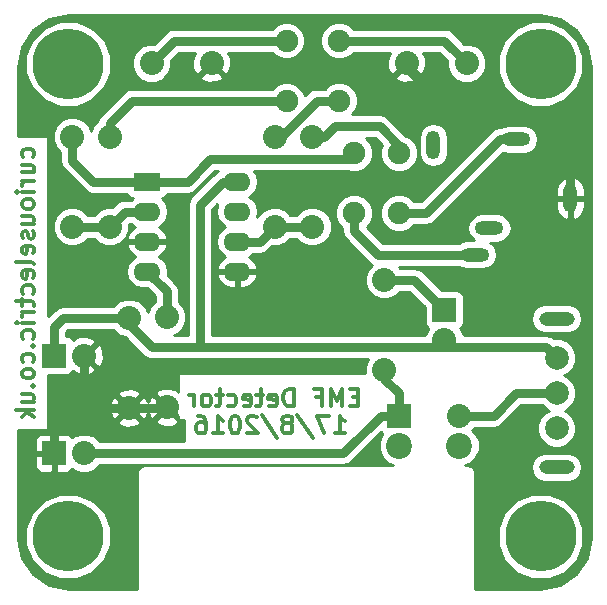
<source format=gbr>
G04 #@! TF.FileFunction,Copper,L2,Bot,Signal*
%FSLAX46Y46*%
G04 Gerber Fmt 4.6, Leading zero omitted, Abs format (unit mm)*
G04 Created by KiCad (PCBNEW 4.0.4-stable) date 06/22/17 13:33:57*
%MOMM*%
%LPD*%
G01*
G04 APERTURE LIST*
%ADD10C,0.300000*%
%ADD11R,2.032000X2.032000*%
%ADD12C,2.032000*%
%ADD13C,6.000000*%
%ADD14C,1.905000*%
%ADD15C,2.199640*%
%ADD16R,2.286000X1.574800*%
%ADD17O,2.286000X1.574800*%
%ADD18C,2.000000*%
%ADD19O,3.000000X1.200000*%
%ADD20O,2.400000X1.200000*%
%ADD21O,1.200000X2.400000*%
%ADD22C,0.762000*%
%ADD23C,0.254000*%
G04 APERTURE END LIST*
D10*
X27541570Y13892429D02*
X28398713Y13892429D01*
X27970141Y13892429D02*
X27970141Y15392429D01*
X28112998Y15178143D01*
X28255856Y15035286D01*
X28398713Y14963857D01*
X27041570Y15392429D02*
X26041570Y15392429D01*
X26684427Y13892429D01*
X24398714Y15463857D02*
X25684428Y13535286D01*
X23684427Y14749571D02*
X23827285Y14821000D01*
X23898713Y14892429D01*
X23970142Y15035286D01*
X23970142Y15106714D01*
X23898713Y15249571D01*
X23827285Y15321000D01*
X23684427Y15392429D01*
X23398713Y15392429D01*
X23255856Y15321000D01*
X23184427Y15249571D01*
X23112999Y15106714D01*
X23112999Y15035286D01*
X23184427Y14892429D01*
X23255856Y14821000D01*
X23398713Y14749571D01*
X23684427Y14749571D01*
X23827285Y14678143D01*
X23898713Y14606714D01*
X23970142Y14463857D01*
X23970142Y14178143D01*
X23898713Y14035286D01*
X23827285Y13963857D01*
X23684427Y13892429D01*
X23398713Y13892429D01*
X23255856Y13963857D01*
X23184427Y14035286D01*
X23112999Y14178143D01*
X23112999Y14463857D01*
X23184427Y14606714D01*
X23255856Y14678143D01*
X23398713Y14749571D01*
X21398714Y15463857D02*
X22684428Y13535286D01*
X20970142Y15249571D02*
X20898713Y15321000D01*
X20755856Y15392429D01*
X20398713Y15392429D01*
X20255856Y15321000D01*
X20184427Y15249571D01*
X20112999Y15106714D01*
X20112999Y14963857D01*
X20184427Y14749571D01*
X21041570Y13892429D01*
X20112999Y13892429D01*
X19184428Y15392429D02*
X19041571Y15392429D01*
X18898714Y15321000D01*
X18827285Y15249571D01*
X18755856Y15106714D01*
X18684428Y14821000D01*
X18684428Y14463857D01*
X18755856Y14178143D01*
X18827285Y14035286D01*
X18898714Y13963857D01*
X19041571Y13892429D01*
X19184428Y13892429D01*
X19327285Y13963857D01*
X19398714Y14035286D01*
X19470142Y14178143D01*
X19541571Y14463857D01*
X19541571Y14821000D01*
X19470142Y15106714D01*
X19398714Y15249571D01*
X19327285Y15321000D01*
X19184428Y15392429D01*
X17255857Y13892429D02*
X18113000Y13892429D01*
X17684428Y13892429D02*
X17684428Y15392429D01*
X17827285Y15178143D01*
X17970143Y15035286D01*
X18113000Y14963857D01*
X15970143Y15392429D02*
X16255857Y15392429D01*
X16398714Y15321000D01*
X16470143Y15249571D01*
X16613000Y15035286D01*
X16684429Y14749571D01*
X16684429Y14178143D01*
X16613000Y14035286D01*
X16541572Y13963857D01*
X16398714Y13892429D01*
X16113000Y13892429D01*
X15970143Y13963857D01*
X15898714Y14035286D01*
X15827286Y14178143D01*
X15827286Y14535286D01*
X15898714Y14678143D01*
X15970143Y14749571D01*
X16113000Y14821000D01*
X16398714Y14821000D01*
X16541572Y14749571D01*
X16613000Y14678143D01*
X16684429Y14535286D01*
X29565428Y16964143D02*
X29065428Y16964143D01*
X28851142Y16178429D02*
X29565428Y16178429D01*
X29565428Y17678429D01*
X28851142Y17678429D01*
X28208285Y16178429D02*
X28208285Y17678429D01*
X27708285Y16607000D01*
X27208285Y17678429D01*
X27208285Y16178429D01*
X25993999Y16964143D02*
X26493999Y16964143D01*
X26493999Y16178429D02*
X26493999Y17678429D01*
X25779713Y17678429D01*
X24065428Y16178429D02*
X24065428Y17678429D01*
X23708285Y17678429D01*
X23494000Y17607000D01*
X23351142Y17464143D01*
X23279714Y17321286D01*
X23208285Y17035571D01*
X23208285Y16821286D01*
X23279714Y16535571D01*
X23351142Y16392714D01*
X23494000Y16249857D01*
X23708285Y16178429D01*
X24065428Y16178429D01*
X21994000Y16249857D02*
X22136857Y16178429D01*
X22422571Y16178429D01*
X22565428Y16249857D01*
X22636857Y16392714D01*
X22636857Y16964143D01*
X22565428Y17107000D01*
X22422571Y17178429D01*
X22136857Y17178429D01*
X21994000Y17107000D01*
X21922571Y16964143D01*
X21922571Y16821286D01*
X22636857Y16678429D01*
X21494000Y17178429D02*
X20922571Y17178429D01*
X21279714Y17678429D02*
X21279714Y16392714D01*
X21208286Y16249857D01*
X21065428Y16178429D01*
X20922571Y16178429D01*
X19851143Y16249857D02*
X19994000Y16178429D01*
X20279714Y16178429D01*
X20422571Y16249857D01*
X20494000Y16392714D01*
X20494000Y16964143D01*
X20422571Y17107000D01*
X20279714Y17178429D01*
X19994000Y17178429D01*
X19851143Y17107000D01*
X19779714Y16964143D01*
X19779714Y16821286D01*
X20494000Y16678429D01*
X18494000Y16249857D02*
X18636857Y16178429D01*
X18922571Y16178429D01*
X19065429Y16249857D01*
X19136857Y16321286D01*
X19208286Y16464143D01*
X19208286Y16892714D01*
X19136857Y17035571D01*
X19065429Y17107000D01*
X18922571Y17178429D01*
X18636857Y17178429D01*
X18494000Y17107000D01*
X18065429Y17178429D02*
X17494000Y17178429D01*
X17851143Y17678429D02*
X17851143Y16392714D01*
X17779715Y16249857D01*
X17636857Y16178429D01*
X17494000Y16178429D01*
X16779714Y16178429D02*
X16922572Y16249857D01*
X16994000Y16321286D01*
X17065429Y16464143D01*
X17065429Y16892714D01*
X16994000Y17035571D01*
X16922572Y17107000D01*
X16779714Y17178429D01*
X16565429Y17178429D01*
X16422572Y17107000D01*
X16351143Y17035571D01*
X16279714Y16892714D01*
X16279714Y16464143D01*
X16351143Y16321286D01*
X16422572Y16249857D01*
X16565429Y16178429D01*
X16779714Y16178429D01*
X15636857Y16178429D02*
X15636857Y17178429D01*
X15636857Y16892714D02*
X15565429Y17035571D01*
X15494000Y17107000D01*
X15351143Y17178429D01*
X15208286Y17178429D01*
X2019143Y37278857D02*
X2090571Y37421714D01*
X2090571Y37707428D01*
X2019143Y37850286D01*
X1947714Y37921714D01*
X1804857Y37993143D01*
X1376286Y37993143D01*
X1233429Y37921714D01*
X1162000Y37850286D01*
X1090571Y37707428D01*
X1090571Y37421714D01*
X1162000Y37278857D01*
X1090571Y35993143D02*
X2090571Y35993143D01*
X1090571Y36636000D02*
X1876286Y36636000D01*
X2019143Y36564572D01*
X2090571Y36421714D01*
X2090571Y36207429D01*
X2019143Y36064572D01*
X1947714Y35993143D01*
X2090571Y35278857D02*
X1090571Y35278857D01*
X1376286Y35278857D02*
X1233429Y35207429D01*
X1162000Y35136000D01*
X1090571Y34993143D01*
X1090571Y34850286D01*
X2090571Y34350286D02*
X1090571Y34350286D01*
X590571Y34350286D02*
X662000Y34421715D01*
X733429Y34350286D01*
X662000Y34278858D01*
X590571Y34350286D01*
X733429Y34350286D01*
X2090571Y33421714D02*
X2019143Y33564572D01*
X1947714Y33636000D01*
X1804857Y33707429D01*
X1376286Y33707429D01*
X1233429Y33636000D01*
X1162000Y33564572D01*
X1090571Y33421714D01*
X1090571Y33207429D01*
X1162000Y33064572D01*
X1233429Y32993143D01*
X1376286Y32921714D01*
X1804857Y32921714D01*
X1947714Y32993143D01*
X2019143Y33064572D01*
X2090571Y33207429D01*
X2090571Y33421714D01*
X1090571Y31636000D02*
X2090571Y31636000D01*
X1090571Y32278857D02*
X1876286Y32278857D01*
X2019143Y32207429D01*
X2090571Y32064571D01*
X2090571Y31850286D01*
X2019143Y31707429D01*
X1947714Y31636000D01*
X2019143Y30993143D02*
X2090571Y30850286D01*
X2090571Y30564571D01*
X2019143Y30421714D01*
X1876286Y30350286D01*
X1804857Y30350286D01*
X1662000Y30421714D01*
X1590571Y30564571D01*
X1590571Y30778857D01*
X1519143Y30921714D01*
X1376286Y30993143D01*
X1304857Y30993143D01*
X1162000Y30921714D01*
X1090571Y30778857D01*
X1090571Y30564571D01*
X1162000Y30421714D01*
X2019143Y29136000D02*
X2090571Y29278857D01*
X2090571Y29564571D01*
X2019143Y29707428D01*
X1876286Y29778857D01*
X1304857Y29778857D01*
X1162000Y29707428D01*
X1090571Y29564571D01*
X1090571Y29278857D01*
X1162000Y29136000D01*
X1304857Y29064571D01*
X1447714Y29064571D01*
X1590571Y29778857D01*
X2090571Y28207428D02*
X2019143Y28350286D01*
X1876286Y28421714D01*
X590571Y28421714D01*
X2019143Y27064572D02*
X2090571Y27207429D01*
X2090571Y27493143D01*
X2019143Y27636000D01*
X1876286Y27707429D01*
X1304857Y27707429D01*
X1162000Y27636000D01*
X1090571Y27493143D01*
X1090571Y27207429D01*
X1162000Y27064572D01*
X1304857Y26993143D01*
X1447714Y26993143D01*
X1590571Y27707429D01*
X2019143Y25707429D02*
X2090571Y25850286D01*
X2090571Y26136000D01*
X2019143Y26278858D01*
X1947714Y26350286D01*
X1804857Y26421715D01*
X1376286Y26421715D01*
X1233429Y26350286D01*
X1162000Y26278858D01*
X1090571Y26136000D01*
X1090571Y25850286D01*
X1162000Y25707429D01*
X1090571Y25278858D02*
X1090571Y24707429D01*
X590571Y25064572D02*
X1876286Y25064572D01*
X2019143Y24993144D01*
X2090571Y24850286D01*
X2090571Y24707429D01*
X2090571Y24207429D02*
X1090571Y24207429D01*
X1376286Y24207429D02*
X1233429Y24136001D01*
X1162000Y24064572D01*
X1090571Y23921715D01*
X1090571Y23778858D01*
X2090571Y23278858D02*
X1090571Y23278858D01*
X590571Y23278858D02*
X662000Y23350287D01*
X733429Y23278858D01*
X662000Y23207430D01*
X590571Y23278858D01*
X733429Y23278858D01*
X2019143Y21921715D02*
X2090571Y22064572D01*
X2090571Y22350286D01*
X2019143Y22493144D01*
X1947714Y22564572D01*
X1804857Y22636001D01*
X1376286Y22636001D01*
X1233429Y22564572D01*
X1162000Y22493144D01*
X1090571Y22350286D01*
X1090571Y22064572D01*
X1162000Y21921715D01*
X1947714Y21278858D02*
X2019143Y21207430D01*
X2090571Y21278858D01*
X2019143Y21350287D01*
X1947714Y21278858D01*
X2090571Y21278858D01*
X2019143Y19921715D02*
X2090571Y20064572D01*
X2090571Y20350286D01*
X2019143Y20493144D01*
X1947714Y20564572D01*
X1804857Y20636001D01*
X1376286Y20636001D01*
X1233429Y20564572D01*
X1162000Y20493144D01*
X1090571Y20350286D01*
X1090571Y20064572D01*
X1162000Y19921715D01*
X2090571Y19064572D02*
X2019143Y19207430D01*
X1947714Y19278858D01*
X1804857Y19350287D01*
X1376286Y19350287D01*
X1233429Y19278858D01*
X1162000Y19207430D01*
X1090571Y19064572D01*
X1090571Y18850287D01*
X1162000Y18707430D01*
X1233429Y18636001D01*
X1376286Y18564572D01*
X1804857Y18564572D01*
X1947714Y18636001D01*
X2019143Y18707430D01*
X2090571Y18850287D01*
X2090571Y19064572D01*
X1947714Y17921715D02*
X2019143Y17850287D01*
X2090571Y17921715D01*
X2019143Y17993144D01*
X1947714Y17921715D01*
X2090571Y17921715D01*
X1090571Y16564572D02*
X2090571Y16564572D01*
X1090571Y17207429D02*
X1876286Y17207429D01*
X2019143Y17136001D01*
X2090571Y16993143D01*
X2090571Y16778858D01*
X2019143Y16636001D01*
X1947714Y16564572D01*
X2090571Y15850286D02*
X590571Y15850286D01*
X1519143Y15707429D02*
X2090571Y15278858D01*
X1090571Y15278858D02*
X1662000Y15850286D01*
D11*
X36845000Y24350000D03*
D12*
X36845000Y21810000D03*
D13*
X44982000Y45165000D03*
X4982000Y45165000D03*
X4982000Y5165000D03*
X44982000Y5165000D03*
D14*
X27922000Y42075000D03*
X27922000Y47155000D03*
X23477000Y42075000D03*
X23477000Y47155000D03*
X29192000Y32550000D03*
X29192000Y37630000D03*
X33002000Y32550000D03*
X33002000Y37630000D03*
D11*
X33002000Y15405000D03*
D12*
X38082000Y15405000D03*
D15*
X33002000Y12865000D03*
X38082000Y12865000D03*
D16*
X11666000Y35217000D03*
D17*
X11666000Y32677000D03*
X11666000Y30137000D03*
X11666000Y27597000D03*
X19286000Y27597000D03*
X19286000Y30137000D03*
X19286000Y32677000D03*
X19286000Y35217000D03*
D11*
X3792000Y20485000D03*
D12*
X6332000Y20485000D03*
D11*
X3792000Y12230000D03*
D12*
X6332000Y12230000D03*
D18*
X46362400Y17302380D03*
X46337000Y20310000D03*
X46337000Y14310000D03*
D19*
X46337000Y23610000D03*
X46337000Y11010000D03*
D20*
X40657000Y31285000D03*
D21*
X47507000Y33785000D03*
D20*
X42907000Y38785000D03*
X39407000Y29035000D03*
D21*
X35907000Y38285000D03*
D12*
X10142000Y23660000D03*
X10142000Y16040000D03*
X13350000Y16095000D03*
X13350000Y23715000D03*
X22461000Y31407000D03*
X22461000Y39027000D03*
X8491000Y31407000D03*
X8491000Y39027000D03*
X25636000Y39027000D03*
X25636000Y31407000D03*
X5316000Y39027000D03*
X5316000Y31407000D03*
X31765000Y26890000D03*
X31765000Y19270000D03*
X33637000Y45250000D03*
X38717000Y45250000D03*
X12047000Y45250000D03*
X17127000Y45250000D03*
D22*
X19286000Y35217000D02*
X18121000Y35217000D01*
X16144000Y33240000D02*
X16144000Y21175000D01*
X18121000Y35217000D02*
X16144000Y33240000D01*
X45472000Y21175000D02*
X46337000Y20310000D01*
X10142000Y23660000D02*
X10142000Y23113000D01*
X10142000Y23113000D02*
X12080000Y21175000D01*
X3792000Y20485000D02*
X3792000Y22898000D01*
X4554000Y23660000D02*
X10142000Y23660000D01*
X3792000Y22898000D02*
X4554000Y23660000D01*
X36845000Y21810000D02*
X36972000Y21810000D01*
X36972000Y21810000D02*
X37607000Y21175000D01*
X37607000Y21175000D02*
X36845000Y21810000D01*
X36845000Y21810000D02*
X37480000Y21175000D01*
X16144000Y21175000D02*
X37607000Y21175000D01*
X37607000Y21175000D02*
X45472000Y21175000D01*
X14620000Y21175000D02*
X36210000Y21175000D01*
X36210000Y21175000D02*
X36845000Y21810000D01*
X12080000Y21175000D02*
X14620000Y21175000D01*
X10142000Y16040000D02*
X7690000Y16040000D01*
X6122000Y17608000D02*
X6332000Y17608000D01*
X7690000Y16040000D02*
X6122000Y17608000D01*
X10142000Y16040000D02*
X13295000Y16040000D01*
X13295000Y16040000D02*
X13350000Y16095000D01*
X33637000Y45250000D02*
X33637000Y44869000D01*
X33637000Y44869000D02*
X37701000Y40805000D01*
X47507000Y37476000D02*
X47507000Y33785000D01*
X44178000Y40805000D02*
X47507000Y37476000D01*
X37701000Y40805000D02*
X44178000Y40805000D01*
X3792000Y12230000D02*
X3792000Y15278000D01*
X3792000Y15278000D02*
X6332000Y17818000D01*
X6332000Y17818000D02*
X6332000Y17608000D01*
X6332000Y17608000D02*
X6332000Y20485000D01*
X6332000Y12230000D02*
X28281000Y12230000D01*
X31456000Y15405000D02*
X33002000Y15405000D01*
X28281000Y12230000D02*
X31456000Y15405000D01*
X31765000Y19270000D02*
X31765000Y18508000D01*
X31765000Y18508000D02*
X33002000Y17271000D01*
X33002000Y17271000D02*
X33002000Y15405000D01*
X13350000Y23715000D02*
X13350000Y25913000D01*
X13350000Y25913000D02*
X11666000Y27597000D01*
X6332000Y12230000D02*
X6840000Y12230000D01*
X22461000Y39027000D02*
X22969000Y39027000D01*
X22969000Y39027000D02*
X26017000Y42075000D01*
X26017000Y42075000D02*
X27922000Y42075000D01*
X27922000Y47155000D02*
X36812000Y47155000D01*
X36812000Y47155000D02*
X38717000Y45250000D01*
X23477000Y42075000D02*
X10396000Y42075000D01*
X8491000Y40170000D02*
X8491000Y39027000D01*
X10396000Y42075000D02*
X8491000Y40170000D01*
X23477000Y47155000D02*
X13952000Y47155000D01*
X13952000Y47155000D02*
X12047000Y45250000D01*
X29192000Y32550000D02*
X29192000Y31026000D01*
X31183000Y29035000D02*
X39407000Y29035000D01*
X29192000Y31026000D02*
X31183000Y29035000D01*
X29192000Y32550000D02*
X29192000Y33185000D01*
X11666000Y35217000D02*
X15095000Y35217000D01*
X17000000Y37122000D02*
X28684000Y37122000D01*
X15095000Y35217000D02*
X17000000Y37122000D01*
X28684000Y37122000D02*
X29192000Y37630000D01*
X5316000Y39027000D02*
X5316000Y36995000D01*
X5316000Y36995000D02*
X7094000Y35217000D01*
X7094000Y35217000D02*
X11666000Y35217000D01*
X33002000Y32550000D02*
X35288000Y32550000D01*
X41523000Y38785000D02*
X42907000Y38785000D01*
X35288000Y32550000D02*
X41523000Y38785000D01*
X25636000Y39027000D02*
X26652000Y39027000D01*
X26652000Y39027000D02*
X27541000Y39916000D01*
X31351000Y39916000D02*
X33002000Y38265000D01*
X27541000Y39916000D02*
X31351000Y39916000D01*
X33002000Y38265000D02*
X33002000Y37630000D01*
X38082000Y15405000D02*
X41003000Y15405000D01*
X42900380Y17302380D02*
X46362400Y17302380D01*
X41003000Y15405000D02*
X42900380Y17302380D01*
X19286000Y30137000D02*
X21191000Y30137000D01*
X21191000Y30137000D02*
X22461000Y31407000D01*
X25636000Y31407000D02*
X22461000Y31407000D01*
X11666000Y32677000D02*
X9761000Y32677000D01*
X9761000Y32677000D02*
X8491000Y31407000D01*
X5316000Y31407000D02*
X8491000Y31407000D01*
X36845000Y24350000D02*
X34305000Y26890000D01*
X34305000Y26890000D02*
X31765000Y26890000D01*
D23*
G36*
X46636390Y48950592D02*
X48023654Y48023651D01*
X48950592Y46636390D01*
X49290000Y44930069D01*
X49290000Y5069931D01*
X48950592Y3363610D01*
X48023654Y1976349D01*
X46636390Y1049408D01*
X44930069Y710000D01*
X39460000Y710000D01*
X39460000Y4445126D01*
X41346370Y4445126D01*
X41898600Y3108628D01*
X42920249Y2085194D01*
X44255782Y1530632D01*
X45701874Y1529370D01*
X47038372Y2081600D01*
X48061806Y3103249D01*
X48616368Y4438782D01*
X48617630Y5884874D01*
X48065400Y7221372D01*
X47043751Y8244806D01*
X45708218Y8799368D01*
X44262126Y8800630D01*
X42925628Y8248400D01*
X41902194Y7226751D01*
X41347632Y5891218D01*
X41346370Y4445126D01*
X39460000Y4445126D01*
X39460000Y10500000D01*
X39405954Y10771705D01*
X39252046Y11002046D01*
X39240142Y11010000D01*
X44160173Y11010000D01*
X44254182Y10537386D01*
X44521896Y10136723D01*
X44922559Y9869009D01*
X45395173Y9775000D01*
X47278827Y9775000D01*
X47751441Y9869009D01*
X48152104Y10136723D01*
X48419818Y10537386D01*
X48513827Y11010000D01*
X48419818Y11482614D01*
X48152104Y11883277D01*
X47751441Y12150991D01*
X47278827Y12245000D01*
X45395173Y12245000D01*
X44922559Y12150991D01*
X44521896Y11883277D01*
X44254182Y11482614D01*
X44160173Y11010000D01*
X39240142Y11010000D01*
X39021705Y11155954D01*
X38750000Y11210000D01*
X38619468Y11210000D01*
X39063413Y11393434D01*
X39551851Y11881020D01*
X39816518Y12518409D01*
X39817120Y13208563D01*
X39553566Y13846413D01*
X39206189Y14194397D01*
X39401132Y14389000D01*
X41003000Y14389000D01*
X41344790Y14456986D01*
X41391807Y14466338D01*
X41721420Y14686580D01*
X43321221Y16286380D01*
X45066404Y16286380D01*
X45435037Y15917102D01*
X45689390Y15811486D01*
X45412057Y15696894D01*
X44951722Y15237363D01*
X44702284Y14636648D01*
X44701716Y13986205D01*
X44950106Y13385057D01*
X45409637Y12924722D01*
X46010352Y12675284D01*
X46660795Y12674716D01*
X47261943Y12923106D01*
X47722278Y13382637D01*
X47971716Y13983352D01*
X47972284Y14633795D01*
X47723894Y15234943D01*
X47264363Y15695278D01*
X47010010Y15800894D01*
X47287343Y15915486D01*
X47747678Y16375017D01*
X47997116Y16975732D01*
X47997684Y17626175D01*
X47749294Y18227323D01*
X47289763Y18687658D01*
X46991677Y18811434D01*
X47261943Y18923106D01*
X47722278Y19382637D01*
X47971716Y19983352D01*
X47972284Y20633795D01*
X47723894Y21234943D01*
X47264363Y21695278D01*
X46663648Y21944716D01*
X46112931Y21945197D01*
X45860807Y22113662D01*
X45743663Y22136963D01*
X45472000Y22191000D01*
X38473958Y22191000D01*
X38245466Y22743995D01*
X38195128Y22794421D01*
X38312441Y22869910D01*
X38457431Y23082110D01*
X38508440Y23334000D01*
X38508440Y23610000D01*
X44160173Y23610000D01*
X44254182Y23137386D01*
X44521896Y22736723D01*
X44922559Y22469009D01*
X45395173Y22375000D01*
X47278827Y22375000D01*
X47751441Y22469009D01*
X48152104Y22736723D01*
X48419818Y23137386D01*
X48513827Y23610000D01*
X48419818Y24082614D01*
X48152104Y24483277D01*
X47751441Y24750991D01*
X47278827Y24845000D01*
X45395173Y24845000D01*
X44922559Y24750991D01*
X44521896Y24483277D01*
X44254182Y24082614D01*
X44160173Y23610000D01*
X38508440Y23610000D01*
X38508440Y25366000D01*
X38464162Y25601317D01*
X38325090Y25817441D01*
X38112890Y25962431D01*
X37861000Y26013440D01*
X36618401Y26013440D01*
X35023420Y27608420D01*
X34693807Y27828662D01*
X34629300Y27841493D01*
X34305000Y27906000D01*
X33083604Y27906000D01*
X32970801Y28019000D01*
X38111373Y28019000D01*
X38298436Y27894009D01*
X38771050Y27800000D01*
X40042950Y27800000D01*
X40515564Y27894009D01*
X40916227Y28161723D01*
X41183941Y28562386D01*
X41277950Y29035000D01*
X41183941Y29507614D01*
X40916227Y29908277D01*
X40704123Y30050000D01*
X41292950Y30050000D01*
X41765564Y30144009D01*
X42166227Y30411723D01*
X42433941Y30812386D01*
X42527950Y31285000D01*
X42433941Y31757614D01*
X42166227Y32158277D01*
X41765564Y32425991D01*
X41292950Y32520000D01*
X40021050Y32520000D01*
X39548436Y32425991D01*
X39147773Y32158277D01*
X38880059Y31757614D01*
X38786050Y31285000D01*
X38880059Y30812386D01*
X39147773Y30411723D01*
X39359877Y30270000D01*
X38771050Y30270000D01*
X38298436Y30175991D01*
X38111373Y30051000D01*
X31603841Y30051000D01*
X30270915Y31383925D01*
X30537032Y31649579D01*
X30779224Y32232841D01*
X30779226Y32235612D01*
X31414225Y32235612D01*
X31655398Y31651928D01*
X32101579Y31204968D01*
X32684841Y30962776D01*
X33316388Y30962225D01*
X33900072Y31203398D01*
X34231251Y31534000D01*
X35288000Y31534000D01*
X35612300Y31598507D01*
X35676807Y31611338D01*
X36006420Y31831580D01*
X37832840Y33658000D01*
X46272000Y33658000D01*
X46272000Y33058000D01*
X46414610Y32595053D01*
X46723526Y32221920D01*
X47151719Y31995408D01*
X47189391Y31991538D01*
X47380000Y32116269D01*
X47380000Y33658000D01*
X47634000Y33658000D01*
X47634000Y32116269D01*
X47824609Y31991538D01*
X47862281Y31995408D01*
X48290474Y32221920D01*
X48599390Y32595053D01*
X48742000Y33058000D01*
X48742000Y33658000D01*
X47634000Y33658000D01*
X47380000Y33658000D01*
X46272000Y33658000D01*
X37832840Y33658000D01*
X38686840Y34512000D01*
X46272000Y34512000D01*
X46272000Y33912000D01*
X47380000Y33912000D01*
X47380000Y35453731D01*
X47634000Y35453731D01*
X47634000Y33912000D01*
X48742000Y33912000D01*
X48742000Y34512000D01*
X48599390Y34974947D01*
X48290474Y35348080D01*
X47862281Y35574592D01*
X47824609Y35578462D01*
X47634000Y35453731D01*
X47380000Y35453731D01*
X47189391Y35578462D01*
X47151719Y35574592D01*
X46723526Y35348080D01*
X46414610Y34974947D01*
X46272000Y34512000D01*
X38686840Y34512000D01*
X41815463Y37640622D01*
X42271050Y37550000D01*
X43542950Y37550000D01*
X44015564Y37644009D01*
X44416227Y37911723D01*
X44683941Y38312386D01*
X44777950Y38785000D01*
X44683941Y39257614D01*
X44416227Y39658277D01*
X44015564Y39925991D01*
X43542950Y40020000D01*
X42271050Y40020000D01*
X41798436Y39925991D01*
X41611373Y39801000D01*
X41523000Y39801000D01*
X41134193Y39723662D01*
X40804580Y39503421D01*
X34867160Y33566000D01*
X34230880Y33566000D01*
X33902421Y33895032D01*
X33319159Y34137224D01*
X32687612Y34137775D01*
X32103928Y33896602D01*
X31656968Y33450421D01*
X31414776Y32867159D01*
X31414225Y32235612D01*
X30779226Y32235612D01*
X30779775Y32864388D01*
X30538602Y33448072D01*
X30092421Y33895032D01*
X29644806Y34080898D01*
X29580806Y34123662D01*
X29192000Y34201000D01*
X28803194Y34123662D01*
X28737953Y34080069D01*
X28293928Y33896602D01*
X27846968Y33450421D01*
X27604776Y32867159D01*
X27604225Y32235612D01*
X27845398Y31651928D01*
X28176000Y31320749D01*
X28176000Y31026000D01*
X28240507Y30701700D01*
X28253338Y30637193D01*
X28473580Y30307580D01*
X30464579Y28316580D01*
X30684821Y28169419D01*
X30699752Y28159442D01*
X30366166Y27826437D01*
X30114287Y27219845D01*
X30113714Y26563037D01*
X30364534Y25956005D01*
X30828563Y25491166D01*
X31435155Y25239287D01*
X32091963Y25238714D01*
X32698995Y25489534D01*
X33084132Y25874000D01*
X33884160Y25874000D01*
X35181560Y24576599D01*
X35181560Y23334000D01*
X35225838Y23098683D01*
X35364910Y22882559D01*
X35494100Y22794287D01*
X35446166Y22746437D01*
X35215528Y22191000D01*
X17160000Y22191000D01*
X17160000Y27249940D01*
X17550990Y27249940D01*
X17567673Y27170004D01*
X17834809Y26681014D01*
X18268738Y26331475D01*
X18803400Y26174600D01*
X19159000Y26174600D01*
X19159000Y27470000D01*
X19413000Y27470000D01*
X19413000Y26174600D01*
X19768600Y26174600D01*
X20303262Y26331475D01*
X20737191Y26681014D01*
X21004327Y27170004D01*
X21021010Y27249940D01*
X20898852Y27470000D01*
X19413000Y27470000D01*
X19159000Y27470000D01*
X17673148Y27470000D01*
X17550990Y27249940D01*
X17160000Y27249940D01*
X17160000Y32819160D01*
X17620247Y33279407D01*
X17581441Y33221329D01*
X17473167Y32677000D01*
X17581441Y32132671D01*
X17889778Y31671211D01*
X18285199Y31407000D01*
X17889778Y31142789D01*
X17581441Y30681329D01*
X17473167Y30137000D01*
X17581441Y29592671D01*
X17889778Y29131211D01*
X18284830Y28867246D01*
X18268738Y28862525D01*
X17834809Y28512986D01*
X17567673Y28023996D01*
X17550990Y27944060D01*
X17673148Y27724000D01*
X19159000Y27724000D01*
X19159000Y27744000D01*
X19413000Y27744000D01*
X19413000Y27724000D01*
X20898852Y27724000D01*
X21021010Y27944060D01*
X21004327Y28023996D01*
X20737191Y28512986D01*
X20303262Y28862525D01*
X20287170Y28867246D01*
X20666940Y29121000D01*
X21191000Y29121000D01*
X21515300Y29185507D01*
X21579807Y29198338D01*
X21909420Y29418580D01*
X22247026Y29756186D01*
X22787963Y29755714D01*
X23394995Y30006534D01*
X23780132Y30391000D01*
X24317396Y30391000D01*
X24699563Y30008166D01*
X25306155Y29756287D01*
X25962963Y29755714D01*
X26569995Y30006534D01*
X27034834Y30470563D01*
X27286713Y31077155D01*
X27287286Y31733963D01*
X27036466Y32340995D01*
X26572437Y32805834D01*
X25965845Y33057713D01*
X25309037Y33058286D01*
X24702005Y32807466D01*
X24316868Y32423000D01*
X23779604Y32423000D01*
X23397437Y32805834D01*
X22790845Y33057713D01*
X22134037Y33058286D01*
X21527005Y32807466D01*
X21062166Y32343437D01*
X21005189Y32206221D01*
X21098833Y32677000D01*
X20990559Y33221329D01*
X20682222Y33682789D01*
X20286801Y33947000D01*
X20682222Y34211211D01*
X20990559Y34672671D01*
X21098833Y35217000D01*
X20990559Y35761329D01*
X20760258Y36106000D01*
X28684000Y36106000D01*
X28710085Y36111189D01*
X28874841Y36042776D01*
X29506388Y36042225D01*
X30090072Y36283398D01*
X30537032Y36729579D01*
X30779224Y37312841D01*
X30779775Y37944388D01*
X30538602Y38528072D01*
X30167322Y38900000D01*
X30930160Y38900000D01*
X31552155Y38278004D01*
X31414776Y37947159D01*
X31414225Y37315612D01*
X31655398Y36731928D01*
X32101579Y36284968D01*
X32684841Y36042776D01*
X33316388Y36042225D01*
X33900072Y36283398D01*
X34347032Y36729579D01*
X34589224Y37312841D01*
X34589775Y37944388D01*
X34348602Y38528072D01*
X33956409Y38920950D01*
X34672000Y38920950D01*
X34672000Y37649050D01*
X34766009Y37176436D01*
X35033723Y36775773D01*
X35434386Y36508059D01*
X35907000Y36414050D01*
X36379614Y36508059D01*
X36780277Y36775773D01*
X37047991Y37176436D01*
X37142000Y37649050D01*
X37142000Y38920950D01*
X37047991Y39393564D01*
X36780277Y39794227D01*
X36379614Y40061941D01*
X35907000Y40155950D01*
X35434386Y40061941D01*
X35033723Y39794227D01*
X34766009Y39393564D01*
X34672000Y38920950D01*
X33956409Y38920950D01*
X33902421Y38975032D01*
X33605528Y39098313D01*
X32069420Y40634420D01*
X31739807Y40854662D01*
X31675300Y40867493D01*
X31351000Y40932000D01*
X29024029Y40932000D01*
X29267032Y41174579D01*
X29509224Y41757841D01*
X29509775Y42389388D01*
X29268602Y42973072D01*
X28822421Y43420032D01*
X28239159Y43662224D01*
X27607612Y43662775D01*
X27023928Y43421602D01*
X26692749Y43091000D01*
X26017000Y43091000D01*
X25692700Y43026493D01*
X25628193Y43013662D01*
X25298580Y42793421D01*
X25015003Y42509844D01*
X24823602Y42973072D01*
X24377421Y43420032D01*
X23794159Y43662224D01*
X23162612Y43662775D01*
X22578928Y43421602D01*
X22247749Y43091000D01*
X10396000Y43091000D01*
X10071700Y43026493D01*
X10007193Y43013662D01*
X9677580Y42793421D01*
X7772580Y40888420D01*
X7552338Y40558807D01*
X7552338Y40558806D01*
X7518584Y40389112D01*
X7092166Y39963437D01*
X6903346Y39508709D01*
X6716466Y39960995D01*
X6252437Y40425834D01*
X5645845Y40677713D01*
X4989037Y40678286D01*
X4382005Y40427466D01*
X3917166Y39963437D01*
X3665287Y39356845D01*
X3664714Y38700037D01*
X3915534Y38093005D01*
X4300000Y37707868D01*
X4300000Y36995000D01*
X4352328Y36731928D01*
X4377338Y36606193D01*
X4597580Y36276580D01*
X6375580Y34498579D01*
X6705193Y34278338D01*
X7094000Y34201000D01*
X9918574Y34201000D01*
X9919838Y34194283D01*
X10058910Y33978159D01*
X10271110Y33833169D01*
X10442803Y33798400D01*
X10285060Y33693000D01*
X9761000Y33693000D01*
X9372194Y33615662D01*
X9297870Y33566000D01*
X9042579Y33395420D01*
X8704973Y33057814D01*
X8164037Y33058286D01*
X7557005Y32807466D01*
X7171868Y32423000D01*
X6634604Y32423000D01*
X6252437Y32805834D01*
X5645845Y33057713D01*
X4989037Y33058286D01*
X4382005Y32807466D01*
X3917166Y32343437D01*
X3665287Y31736845D01*
X3664714Y31080037D01*
X3915534Y30473005D01*
X4379563Y30008166D01*
X4986155Y29756287D01*
X5642963Y29755714D01*
X6249995Y30006534D01*
X6635132Y30391000D01*
X7172396Y30391000D01*
X7554563Y30008166D01*
X8161155Y29756287D01*
X8817963Y29755714D01*
X9424995Y30006534D01*
X9889834Y30470563D01*
X10141713Y31077155D01*
X10142188Y31621347D01*
X10181841Y31661000D01*
X10285060Y31661000D01*
X10664830Y31407246D01*
X10648738Y31402525D01*
X10214809Y31052986D01*
X9947673Y30563996D01*
X9930990Y30484060D01*
X10053148Y30264000D01*
X11539000Y30264000D01*
X11539000Y30284000D01*
X11793000Y30284000D01*
X11793000Y30264000D01*
X13278852Y30264000D01*
X13401010Y30484060D01*
X13384327Y30563996D01*
X13117191Y31052986D01*
X12683262Y31402525D01*
X12667170Y31407246D01*
X13062222Y31671211D01*
X13370559Y32132671D01*
X13478833Y32677000D01*
X13370559Y33221329D01*
X13062222Y33682789D01*
X12890540Y33797503D01*
X13044317Y33826438D01*
X13260441Y33965510D01*
X13405431Y34177710D01*
X13410147Y34201000D01*
X15095000Y34201000D01*
X15419300Y34265507D01*
X15483807Y34278338D01*
X15813420Y34498580D01*
X17420841Y36106000D01*
X17657870Y36106000D01*
X17402579Y35935420D01*
X15425580Y33958420D01*
X15205338Y33628807D01*
X15202723Y33615661D01*
X15128000Y33240000D01*
X15128000Y22191000D01*
X13985019Y22191000D01*
X14283995Y22314534D01*
X14748834Y22778563D01*
X15000713Y23385155D01*
X15001286Y24041963D01*
X14750466Y24648995D01*
X14366000Y25034132D01*
X14366000Y25913000D01*
X14346021Y26013440D01*
X14288662Y26301807D01*
X14068421Y26631420D01*
X13416452Y27283389D01*
X13478833Y27597000D01*
X13370559Y28141329D01*
X13062222Y28602789D01*
X12667170Y28866754D01*
X12683262Y28871475D01*
X13117191Y29221014D01*
X13384327Y29710004D01*
X13401010Y29789940D01*
X13278852Y30010000D01*
X11793000Y30010000D01*
X11793000Y29990000D01*
X11539000Y29990000D01*
X11539000Y30010000D01*
X10053148Y30010000D01*
X9930990Y29789940D01*
X9947673Y29710004D01*
X10214809Y29221014D01*
X10648738Y28871475D01*
X10664830Y28866754D01*
X10269778Y28602789D01*
X9961441Y28141329D01*
X9853167Y27597000D01*
X9961441Y27052671D01*
X10269778Y26591211D01*
X10731238Y26282874D01*
X11275567Y26174600D01*
X11651560Y26174600D01*
X12334000Y25492159D01*
X12334000Y25033604D01*
X11951166Y24651437D01*
X11734415Y24129442D01*
X11542466Y24593995D01*
X11078437Y25058834D01*
X10471845Y25310713D01*
X9815037Y25311286D01*
X9208005Y25060466D01*
X8822868Y24676000D01*
X4554000Y24676000D01*
X4229700Y24611493D01*
X4165193Y24598662D01*
X3835580Y24378421D01*
X3247000Y23789840D01*
X3247000Y39063857D01*
X710000Y39063857D01*
X710000Y44445126D01*
X1346370Y44445126D01*
X1898600Y43108628D01*
X2920249Y42085194D01*
X4255782Y41530632D01*
X5701874Y41529370D01*
X7038372Y42081600D01*
X8061806Y43103249D01*
X8616368Y44438782D01*
X8616790Y44923037D01*
X10395714Y44923037D01*
X10646534Y44316005D01*
X11110563Y43851166D01*
X11717155Y43599287D01*
X12373963Y43598714D01*
X12980995Y43849534D01*
X13217766Y44085893D01*
X16142498Y44085893D01*
X16243120Y43817378D01*
X16858642Y43588184D01*
X17515019Y43611986D01*
X18010880Y43817378D01*
X18111502Y44085893D01*
X32652498Y44085893D01*
X32753120Y43817378D01*
X33368642Y43588184D01*
X34025019Y43611986D01*
X34520880Y43817378D01*
X34621502Y44085893D01*
X33637000Y45070395D01*
X32652498Y44085893D01*
X18111502Y44085893D01*
X17127000Y45070395D01*
X16142498Y44085893D01*
X13217766Y44085893D01*
X13445834Y44313563D01*
X13697713Y44920155D01*
X13698188Y45464347D01*
X14372841Y46139000D01*
X15708041Y46139000D01*
X15694378Y46133880D01*
X15465184Y45518358D01*
X15488986Y44861981D01*
X15694378Y44366120D01*
X15962893Y44265498D01*
X16947395Y45250000D01*
X16933253Y45264142D01*
X17112858Y45443747D01*
X17127000Y45429605D01*
X17141143Y45443747D01*
X17320748Y45264142D01*
X17306605Y45250000D01*
X18291107Y44265498D01*
X18559622Y44366120D01*
X18788816Y44981642D01*
X18765014Y45638019D01*
X18559622Y46133880D01*
X18545959Y46139000D01*
X22248120Y46139000D01*
X22576579Y45809968D01*
X23159841Y45567776D01*
X23791388Y45567225D01*
X24375072Y45808398D01*
X24822032Y46254579D01*
X25064224Y46837841D01*
X25064226Y46840612D01*
X26334225Y46840612D01*
X26575398Y46256928D01*
X27021579Y45809968D01*
X27604841Y45567776D01*
X28236388Y45567225D01*
X28820072Y45808398D01*
X29151251Y46139000D01*
X32218041Y46139000D01*
X32204378Y46133880D01*
X31975184Y45518358D01*
X31998986Y44861981D01*
X32204378Y44366120D01*
X32472893Y44265498D01*
X33457395Y45250000D01*
X33443253Y45264142D01*
X33622858Y45443747D01*
X33637000Y45429605D01*
X33651143Y45443747D01*
X33830748Y45264142D01*
X33816605Y45250000D01*
X34801107Y44265498D01*
X35069622Y44366120D01*
X35298816Y44981642D01*
X35275014Y45638019D01*
X35069622Y46133880D01*
X35055959Y46139000D01*
X36391160Y46139000D01*
X37066186Y45463974D01*
X37065714Y44923037D01*
X37316534Y44316005D01*
X37780563Y43851166D01*
X38387155Y43599287D01*
X39043963Y43598714D01*
X39650995Y43849534D01*
X40115834Y44313563D01*
X40170463Y44445126D01*
X41346370Y44445126D01*
X41898600Y43108628D01*
X42920249Y42085194D01*
X44255782Y41530632D01*
X45701874Y41529370D01*
X47038372Y42081600D01*
X48061806Y43103249D01*
X48616368Y44438782D01*
X48617630Y45884874D01*
X48065400Y47221372D01*
X47043751Y48244806D01*
X45708218Y48799368D01*
X44262126Y48800630D01*
X42925628Y48248400D01*
X41902194Y47226751D01*
X41347632Y45891218D01*
X41346370Y44445126D01*
X40170463Y44445126D01*
X40367713Y44920155D01*
X40368286Y45576963D01*
X40117466Y46183995D01*
X39653437Y46648834D01*
X39046845Y46900713D01*
X38502653Y46901188D01*
X37530420Y47873420D01*
X37200807Y48093662D01*
X37136300Y48106493D01*
X36812000Y48171000D01*
X29150880Y48171000D01*
X28822421Y48500032D01*
X28239159Y48742224D01*
X27607612Y48742775D01*
X27023928Y48501602D01*
X26576968Y48055421D01*
X26334776Y47472159D01*
X26334225Y46840612D01*
X25064226Y46840612D01*
X25064775Y47469388D01*
X24823602Y48053072D01*
X24377421Y48500032D01*
X23794159Y48742224D01*
X23162612Y48742775D01*
X22578928Y48501602D01*
X22247749Y48171000D01*
X13952000Y48171000D01*
X13627700Y48106493D01*
X13563193Y48093662D01*
X13233580Y47873421D01*
X12260974Y46900814D01*
X11720037Y46901286D01*
X11113005Y46650466D01*
X10648166Y46186437D01*
X10396287Y45579845D01*
X10395714Y44923037D01*
X8616790Y44923037D01*
X8617630Y45884874D01*
X8065400Y47221372D01*
X7043751Y48244806D01*
X5708218Y48799368D01*
X4262126Y48800630D01*
X2925628Y48248400D01*
X1902194Y47226751D01*
X1347632Y45891218D01*
X1346370Y44445126D01*
X710000Y44445126D01*
X710000Y44930069D01*
X1049408Y46636390D01*
X1976349Y48023654D01*
X3363610Y48950592D01*
X5069931Y49290000D01*
X44930069Y49290000D01*
X46636390Y48950592D01*
X46636390Y48950592D01*
G37*
X46636390Y48950592D02*
X48023654Y48023651D01*
X48950592Y46636390D01*
X49290000Y44930069D01*
X49290000Y5069931D01*
X48950592Y3363610D01*
X48023654Y1976349D01*
X46636390Y1049408D01*
X44930069Y710000D01*
X39460000Y710000D01*
X39460000Y4445126D01*
X41346370Y4445126D01*
X41898600Y3108628D01*
X42920249Y2085194D01*
X44255782Y1530632D01*
X45701874Y1529370D01*
X47038372Y2081600D01*
X48061806Y3103249D01*
X48616368Y4438782D01*
X48617630Y5884874D01*
X48065400Y7221372D01*
X47043751Y8244806D01*
X45708218Y8799368D01*
X44262126Y8800630D01*
X42925628Y8248400D01*
X41902194Y7226751D01*
X41347632Y5891218D01*
X41346370Y4445126D01*
X39460000Y4445126D01*
X39460000Y10500000D01*
X39405954Y10771705D01*
X39252046Y11002046D01*
X39240142Y11010000D01*
X44160173Y11010000D01*
X44254182Y10537386D01*
X44521896Y10136723D01*
X44922559Y9869009D01*
X45395173Y9775000D01*
X47278827Y9775000D01*
X47751441Y9869009D01*
X48152104Y10136723D01*
X48419818Y10537386D01*
X48513827Y11010000D01*
X48419818Y11482614D01*
X48152104Y11883277D01*
X47751441Y12150991D01*
X47278827Y12245000D01*
X45395173Y12245000D01*
X44922559Y12150991D01*
X44521896Y11883277D01*
X44254182Y11482614D01*
X44160173Y11010000D01*
X39240142Y11010000D01*
X39021705Y11155954D01*
X38750000Y11210000D01*
X38619468Y11210000D01*
X39063413Y11393434D01*
X39551851Y11881020D01*
X39816518Y12518409D01*
X39817120Y13208563D01*
X39553566Y13846413D01*
X39206189Y14194397D01*
X39401132Y14389000D01*
X41003000Y14389000D01*
X41344790Y14456986D01*
X41391807Y14466338D01*
X41721420Y14686580D01*
X43321221Y16286380D01*
X45066404Y16286380D01*
X45435037Y15917102D01*
X45689390Y15811486D01*
X45412057Y15696894D01*
X44951722Y15237363D01*
X44702284Y14636648D01*
X44701716Y13986205D01*
X44950106Y13385057D01*
X45409637Y12924722D01*
X46010352Y12675284D01*
X46660795Y12674716D01*
X47261943Y12923106D01*
X47722278Y13382637D01*
X47971716Y13983352D01*
X47972284Y14633795D01*
X47723894Y15234943D01*
X47264363Y15695278D01*
X47010010Y15800894D01*
X47287343Y15915486D01*
X47747678Y16375017D01*
X47997116Y16975732D01*
X47997684Y17626175D01*
X47749294Y18227323D01*
X47289763Y18687658D01*
X46991677Y18811434D01*
X47261943Y18923106D01*
X47722278Y19382637D01*
X47971716Y19983352D01*
X47972284Y20633795D01*
X47723894Y21234943D01*
X47264363Y21695278D01*
X46663648Y21944716D01*
X46112931Y21945197D01*
X45860807Y22113662D01*
X45743663Y22136963D01*
X45472000Y22191000D01*
X38473958Y22191000D01*
X38245466Y22743995D01*
X38195128Y22794421D01*
X38312441Y22869910D01*
X38457431Y23082110D01*
X38508440Y23334000D01*
X38508440Y23610000D01*
X44160173Y23610000D01*
X44254182Y23137386D01*
X44521896Y22736723D01*
X44922559Y22469009D01*
X45395173Y22375000D01*
X47278827Y22375000D01*
X47751441Y22469009D01*
X48152104Y22736723D01*
X48419818Y23137386D01*
X48513827Y23610000D01*
X48419818Y24082614D01*
X48152104Y24483277D01*
X47751441Y24750991D01*
X47278827Y24845000D01*
X45395173Y24845000D01*
X44922559Y24750991D01*
X44521896Y24483277D01*
X44254182Y24082614D01*
X44160173Y23610000D01*
X38508440Y23610000D01*
X38508440Y25366000D01*
X38464162Y25601317D01*
X38325090Y25817441D01*
X38112890Y25962431D01*
X37861000Y26013440D01*
X36618401Y26013440D01*
X35023420Y27608420D01*
X34693807Y27828662D01*
X34629300Y27841493D01*
X34305000Y27906000D01*
X33083604Y27906000D01*
X32970801Y28019000D01*
X38111373Y28019000D01*
X38298436Y27894009D01*
X38771050Y27800000D01*
X40042950Y27800000D01*
X40515564Y27894009D01*
X40916227Y28161723D01*
X41183941Y28562386D01*
X41277950Y29035000D01*
X41183941Y29507614D01*
X40916227Y29908277D01*
X40704123Y30050000D01*
X41292950Y30050000D01*
X41765564Y30144009D01*
X42166227Y30411723D01*
X42433941Y30812386D01*
X42527950Y31285000D01*
X42433941Y31757614D01*
X42166227Y32158277D01*
X41765564Y32425991D01*
X41292950Y32520000D01*
X40021050Y32520000D01*
X39548436Y32425991D01*
X39147773Y32158277D01*
X38880059Y31757614D01*
X38786050Y31285000D01*
X38880059Y30812386D01*
X39147773Y30411723D01*
X39359877Y30270000D01*
X38771050Y30270000D01*
X38298436Y30175991D01*
X38111373Y30051000D01*
X31603841Y30051000D01*
X30270915Y31383925D01*
X30537032Y31649579D01*
X30779224Y32232841D01*
X30779226Y32235612D01*
X31414225Y32235612D01*
X31655398Y31651928D01*
X32101579Y31204968D01*
X32684841Y30962776D01*
X33316388Y30962225D01*
X33900072Y31203398D01*
X34231251Y31534000D01*
X35288000Y31534000D01*
X35612300Y31598507D01*
X35676807Y31611338D01*
X36006420Y31831580D01*
X37832840Y33658000D01*
X46272000Y33658000D01*
X46272000Y33058000D01*
X46414610Y32595053D01*
X46723526Y32221920D01*
X47151719Y31995408D01*
X47189391Y31991538D01*
X47380000Y32116269D01*
X47380000Y33658000D01*
X47634000Y33658000D01*
X47634000Y32116269D01*
X47824609Y31991538D01*
X47862281Y31995408D01*
X48290474Y32221920D01*
X48599390Y32595053D01*
X48742000Y33058000D01*
X48742000Y33658000D01*
X47634000Y33658000D01*
X47380000Y33658000D01*
X46272000Y33658000D01*
X37832840Y33658000D01*
X38686840Y34512000D01*
X46272000Y34512000D01*
X46272000Y33912000D01*
X47380000Y33912000D01*
X47380000Y35453731D01*
X47634000Y35453731D01*
X47634000Y33912000D01*
X48742000Y33912000D01*
X48742000Y34512000D01*
X48599390Y34974947D01*
X48290474Y35348080D01*
X47862281Y35574592D01*
X47824609Y35578462D01*
X47634000Y35453731D01*
X47380000Y35453731D01*
X47189391Y35578462D01*
X47151719Y35574592D01*
X46723526Y35348080D01*
X46414610Y34974947D01*
X46272000Y34512000D01*
X38686840Y34512000D01*
X41815463Y37640622D01*
X42271050Y37550000D01*
X43542950Y37550000D01*
X44015564Y37644009D01*
X44416227Y37911723D01*
X44683941Y38312386D01*
X44777950Y38785000D01*
X44683941Y39257614D01*
X44416227Y39658277D01*
X44015564Y39925991D01*
X43542950Y40020000D01*
X42271050Y40020000D01*
X41798436Y39925991D01*
X41611373Y39801000D01*
X41523000Y39801000D01*
X41134193Y39723662D01*
X40804580Y39503421D01*
X34867160Y33566000D01*
X34230880Y33566000D01*
X33902421Y33895032D01*
X33319159Y34137224D01*
X32687612Y34137775D01*
X32103928Y33896602D01*
X31656968Y33450421D01*
X31414776Y32867159D01*
X31414225Y32235612D01*
X30779226Y32235612D01*
X30779775Y32864388D01*
X30538602Y33448072D01*
X30092421Y33895032D01*
X29644806Y34080898D01*
X29580806Y34123662D01*
X29192000Y34201000D01*
X28803194Y34123662D01*
X28737953Y34080069D01*
X28293928Y33896602D01*
X27846968Y33450421D01*
X27604776Y32867159D01*
X27604225Y32235612D01*
X27845398Y31651928D01*
X28176000Y31320749D01*
X28176000Y31026000D01*
X28240507Y30701700D01*
X28253338Y30637193D01*
X28473580Y30307580D01*
X30464579Y28316580D01*
X30684821Y28169419D01*
X30699752Y28159442D01*
X30366166Y27826437D01*
X30114287Y27219845D01*
X30113714Y26563037D01*
X30364534Y25956005D01*
X30828563Y25491166D01*
X31435155Y25239287D01*
X32091963Y25238714D01*
X32698995Y25489534D01*
X33084132Y25874000D01*
X33884160Y25874000D01*
X35181560Y24576599D01*
X35181560Y23334000D01*
X35225838Y23098683D01*
X35364910Y22882559D01*
X35494100Y22794287D01*
X35446166Y22746437D01*
X35215528Y22191000D01*
X17160000Y22191000D01*
X17160000Y27249940D01*
X17550990Y27249940D01*
X17567673Y27170004D01*
X17834809Y26681014D01*
X18268738Y26331475D01*
X18803400Y26174600D01*
X19159000Y26174600D01*
X19159000Y27470000D01*
X19413000Y27470000D01*
X19413000Y26174600D01*
X19768600Y26174600D01*
X20303262Y26331475D01*
X20737191Y26681014D01*
X21004327Y27170004D01*
X21021010Y27249940D01*
X20898852Y27470000D01*
X19413000Y27470000D01*
X19159000Y27470000D01*
X17673148Y27470000D01*
X17550990Y27249940D01*
X17160000Y27249940D01*
X17160000Y32819160D01*
X17620247Y33279407D01*
X17581441Y33221329D01*
X17473167Y32677000D01*
X17581441Y32132671D01*
X17889778Y31671211D01*
X18285199Y31407000D01*
X17889778Y31142789D01*
X17581441Y30681329D01*
X17473167Y30137000D01*
X17581441Y29592671D01*
X17889778Y29131211D01*
X18284830Y28867246D01*
X18268738Y28862525D01*
X17834809Y28512986D01*
X17567673Y28023996D01*
X17550990Y27944060D01*
X17673148Y27724000D01*
X19159000Y27724000D01*
X19159000Y27744000D01*
X19413000Y27744000D01*
X19413000Y27724000D01*
X20898852Y27724000D01*
X21021010Y27944060D01*
X21004327Y28023996D01*
X20737191Y28512986D01*
X20303262Y28862525D01*
X20287170Y28867246D01*
X20666940Y29121000D01*
X21191000Y29121000D01*
X21515300Y29185507D01*
X21579807Y29198338D01*
X21909420Y29418580D01*
X22247026Y29756186D01*
X22787963Y29755714D01*
X23394995Y30006534D01*
X23780132Y30391000D01*
X24317396Y30391000D01*
X24699563Y30008166D01*
X25306155Y29756287D01*
X25962963Y29755714D01*
X26569995Y30006534D01*
X27034834Y30470563D01*
X27286713Y31077155D01*
X27287286Y31733963D01*
X27036466Y32340995D01*
X26572437Y32805834D01*
X25965845Y33057713D01*
X25309037Y33058286D01*
X24702005Y32807466D01*
X24316868Y32423000D01*
X23779604Y32423000D01*
X23397437Y32805834D01*
X22790845Y33057713D01*
X22134037Y33058286D01*
X21527005Y32807466D01*
X21062166Y32343437D01*
X21005189Y32206221D01*
X21098833Y32677000D01*
X20990559Y33221329D01*
X20682222Y33682789D01*
X20286801Y33947000D01*
X20682222Y34211211D01*
X20990559Y34672671D01*
X21098833Y35217000D01*
X20990559Y35761329D01*
X20760258Y36106000D01*
X28684000Y36106000D01*
X28710085Y36111189D01*
X28874841Y36042776D01*
X29506388Y36042225D01*
X30090072Y36283398D01*
X30537032Y36729579D01*
X30779224Y37312841D01*
X30779775Y37944388D01*
X30538602Y38528072D01*
X30167322Y38900000D01*
X30930160Y38900000D01*
X31552155Y38278004D01*
X31414776Y37947159D01*
X31414225Y37315612D01*
X31655398Y36731928D01*
X32101579Y36284968D01*
X32684841Y36042776D01*
X33316388Y36042225D01*
X33900072Y36283398D01*
X34347032Y36729579D01*
X34589224Y37312841D01*
X34589775Y37944388D01*
X34348602Y38528072D01*
X33956409Y38920950D01*
X34672000Y38920950D01*
X34672000Y37649050D01*
X34766009Y37176436D01*
X35033723Y36775773D01*
X35434386Y36508059D01*
X35907000Y36414050D01*
X36379614Y36508059D01*
X36780277Y36775773D01*
X37047991Y37176436D01*
X37142000Y37649050D01*
X37142000Y38920950D01*
X37047991Y39393564D01*
X36780277Y39794227D01*
X36379614Y40061941D01*
X35907000Y40155950D01*
X35434386Y40061941D01*
X35033723Y39794227D01*
X34766009Y39393564D01*
X34672000Y38920950D01*
X33956409Y38920950D01*
X33902421Y38975032D01*
X33605528Y39098313D01*
X32069420Y40634420D01*
X31739807Y40854662D01*
X31675300Y40867493D01*
X31351000Y40932000D01*
X29024029Y40932000D01*
X29267032Y41174579D01*
X29509224Y41757841D01*
X29509775Y42389388D01*
X29268602Y42973072D01*
X28822421Y43420032D01*
X28239159Y43662224D01*
X27607612Y43662775D01*
X27023928Y43421602D01*
X26692749Y43091000D01*
X26017000Y43091000D01*
X25692700Y43026493D01*
X25628193Y43013662D01*
X25298580Y42793421D01*
X25015003Y42509844D01*
X24823602Y42973072D01*
X24377421Y43420032D01*
X23794159Y43662224D01*
X23162612Y43662775D01*
X22578928Y43421602D01*
X22247749Y43091000D01*
X10396000Y43091000D01*
X10071700Y43026493D01*
X10007193Y43013662D01*
X9677580Y42793421D01*
X7772580Y40888420D01*
X7552338Y40558807D01*
X7552338Y40558806D01*
X7518584Y40389112D01*
X7092166Y39963437D01*
X6903346Y39508709D01*
X6716466Y39960995D01*
X6252437Y40425834D01*
X5645845Y40677713D01*
X4989037Y40678286D01*
X4382005Y40427466D01*
X3917166Y39963437D01*
X3665287Y39356845D01*
X3664714Y38700037D01*
X3915534Y38093005D01*
X4300000Y37707868D01*
X4300000Y36995000D01*
X4352328Y36731928D01*
X4377338Y36606193D01*
X4597580Y36276580D01*
X6375580Y34498579D01*
X6705193Y34278338D01*
X7094000Y34201000D01*
X9918574Y34201000D01*
X9919838Y34194283D01*
X10058910Y33978159D01*
X10271110Y33833169D01*
X10442803Y33798400D01*
X10285060Y33693000D01*
X9761000Y33693000D01*
X9372194Y33615662D01*
X9297870Y33566000D01*
X9042579Y33395420D01*
X8704973Y33057814D01*
X8164037Y33058286D01*
X7557005Y32807466D01*
X7171868Y32423000D01*
X6634604Y32423000D01*
X6252437Y32805834D01*
X5645845Y33057713D01*
X4989037Y33058286D01*
X4382005Y32807466D01*
X3917166Y32343437D01*
X3665287Y31736845D01*
X3664714Y31080037D01*
X3915534Y30473005D01*
X4379563Y30008166D01*
X4986155Y29756287D01*
X5642963Y29755714D01*
X6249995Y30006534D01*
X6635132Y30391000D01*
X7172396Y30391000D01*
X7554563Y30008166D01*
X8161155Y29756287D01*
X8817963Y29755714D01*
X9424995Y30006534D01*
X9889834Y30470563D01*
X10141713Y31077155D01*
X10142188Y31621347D01*
X10181841Y31661000D01*
X10285060Y31661000D01*
X10664830Y31407246D01*
X10648738Y31402525D01*
X10214809Y31052986D01*
X9947673Y30563996D01*
X9930990Y30484060D01*
X10053148Y30264000D01*
X11539000Y30264000D01*
X11539000Y30284000D01*
X11793000Y30284000D01*
X11793000Y30264000D01*
X13278852Y30264000D01*
X13401010Y30484060D01*
X13384327Y30563996D01*
X13117191Y31052986D01*
X12683262Y31402525D01*
X12667170Y31407246D01*
X13062222Y31671211D01*
X13370559Y32132671D01*
X13478833Y32677000D01*
X13370559Y33221329D01*
X13062222Y33682789D01*
X12890540Y33797503D01*
X13044317Y33826438D01*
X13260441Y33965510D01*
X13405431Y34177710D01*
X13410147Y34201000D01*
X15095000Y34201000D01*
X15419300Y34265507D01*
X15483807Y34278338D01*
X15813420Y34498580D01*
X17420841Y36106000D01*
X17657870Y36106000D01*
X17402579Y35935420D01*
X15425580Y33958420D01*
X15205338Y33628807D01*
X15202723Y33615661D01*
X15128000Y33240000D01*
X15128000Y22191000D01*
X13985019Y22191000D01*
X14283995Y22314534D01*
X14748834Y22778563D01*
X15000713Y23385155D01*
X15001286Y24041963D01*
X14750466Y24648995D01*
X14366000Y25034132D01*
X14366000Y25913000D01*
X14346021Y26013440D01*
X14288662Y26301807D01*
X14068421Y26631420D01*
X13416452Y27283389D01*
X13478833Y27597000D01*
X13370559Y28141329D01*
X13062222Y28602789D01*
X12667170Y28866754D01*
X12683262Y28871475D01*
X13117191Y29221014D01*
X13384327Y29710004D01*
X13401010Y29789940D01*
X13278852Y30010000D01*
X11793000Y30010000D01*
X11793000Y29990000D01*
X11539000Y29990000D01*
X11539000Y30010000D01*
X10053148Y30010000D01*
X9930990Y29789940D01*
X9947673Y29710004D01*
X10214809Y29221014D01*
X10648738Y28871475D01*
X10664830Y28866754D01*
X10269778Y28602789D01*
X9961441Y28141329D01*
X9853167Y27597000D01*
X9961441Y27052671D01*
X10269778Y26591211D01*
X10731238Y26282874D01*
X11275567Y26174600D01*
X11651560Y26174600D01*
X12334000Y25492159D01*
X12334000Y25033604D01*
X11951166Y24651437D01*
X11734415Y24129442D01*
X11542466Y24593995D01*
X11078437Y25058834D01*
X10471845Y25310713D01*
X9815037Y25311286D01*
X9208005Y25060466D01*
X8822868Y24676000D01*
X4554000Y24676000D01*
X4229700Y24611493D01*
X4165193Y24598662D01*
X3835580Y24378421D01*
X3247000Y23789840D01*
X3247000Y39063857D01*
X710000Y39063857D01*
X710000Y44445126D01*
X1346370Y44445126D01*
X1898600Y43108628D01*
X2920249Y42085194D01*
X4255782Y41530632D01*
X5701874Y41529370D01*
X7038372Y42081600D01*
X8061806Y43103249D01*
X8616368Y44438782D01*
X8616790Y44923037D01*
X10395714Y44923037D01*
X10646534Y44316005D01*
X11110563Y43851166D01*
X11717155Y43599287D01*
X12373963Y43598714D01*
X12980995Y43849534D01*
X13217766Y44085893D01*
X16142498Y44085893D01*
X16243120Y43817378D01*
X16858642Y43588184D01*
X17515019Y43611986D01*
X18010880Y43817378D01*
X18111502Y44085893D01*
X32652498Y44085893D01*
X32753120Y43817378D01*
X33368642Y43588184D01*
X34025019Y43611986D01*
X34520880Y43817378D01*
X34621502Y44085893D01*
X33637000Y45070395D01*
X32652498Y44085893D01*
X18111502Y44085893D01*
X17127000Y45070395D01*
X16142498Y44085893D01*
X13217766Y44085893D01*
X13445834Y44313563D01*
X13697713Y44920155D01*
X13698188Y45464347D01*
X14372841Y46139000D01*
X15708041Y46139000D01*
X15694378Y46133880D01*
X15465184Y45518358D01*
X15488986Y44861981D01*
X15694378Y44366120D01*
X15962893Y44265498D01*
X16947395Y45250000D01*
X16933253Y45264142D01*
X17112858Y45443747D01*
X17127000Y45429605D01*
X17141143Y45443747D01*
X17320748Y45264142D01*
X17306605Y45250000D01*
X18291107Y44265498D01*
X18559622Y44366120D01*
X18788816Y44981642D01*
X18765014Y45638019D01*
X18559622Y46133880D01*
X18545959Y46139000D01*
X22248120Y46139000D01*
X22576579Y45809968D01*
X23159841Y45567776D01*
X23791388Y45567225D01*
X24375072Y45808398D01*
X24822032Y46254579D01*
X25064224Y46837841D01*
X25064226Y46840612D01*
X26334225Y46840612D01*
X26575398Y46256928D01*
X27021579Y45809968D01*
X27604841Y45567776D01*
X28236388Y45567225D01*
X28820072Y45808398D01*
X29151251Y46139000D01*
X32218041Y46139000D01*
X32204378Y46133880D01*
X31975184Y45518358D01*
X31998986Y44861981D01*
X32204378Y44366120D01*
X32472893Y44265498D01*
X33457395Y45250000D01*
X33443253Y45264142D01*
X33622858Y45443747D01*
X33637000Y45429605D01*
X33651143Y45443747D01*
X33830748Y45264142D01*
X33816605Y45250000D01*
X34801107Y44265498D01*
X35069622Y44366120D01*
X35298816Y44981642D01*
X35275014Y45638019D01*
X35069622Y46133880D01*
X35055959Y46139000D01*
X36391160Y46139000D01*
X37066186Y45463974D01*
X37065714Y44923037D01*
X37316534Y44316005D01*
X37780563Y43851166D01*
X38387155Y43599287D01*
X39043963Y43598714D01*
X39650995Y43849534D01*
X40115834Y44313563D01*
X40170463Y44445126D01*
X41346370Y44445126D01*
X41898600Y43108628D01*
X42920249Y42085194D01*
X44255782Y41530632D01*
X45701874Y41529370D01*
X47038372Y42081600D01*
X48061806Y43103249D01*
X48616368Y44438782D01*
X48617630Y45884874D01*
X48065400Y47221372D01*
X47043751Y48244806D01*
X45708218Y48799368D01*
X44262126Y48800630D01*
X42925628Y48248400D01*
X41902194Y47226751D01*
X41347632Y45891218D01*
X41346370Y44445126D01*
X40170463Y44445126D01*
X40367713Y44920155D01*
X40368286Y45576963D01*
X40117466Y46183995D01*
X39653437Y46648834D01*
X39046845Y46900713D01*
X38502653Y46901188D01*
X37530420Y47873420D01*
X37200807Y48093662D01*
X37136300Y48106493D01*
X36812000Y48171000D01*
X29150880Y48171000D01*
X28822421Y48500032D01*
X28239159Y48742224D01*
X27607612Y48742775D01*
X27023928Y48501602D01*
X26576968Y48055421D01*
X26334776Y47472159D01*
X26334225Y46840612D01*
X25064226Y46840612D01*
X25064775Y47469388D01*
X24823602Y48053072D01*
X24377421Y48500032D01*
X23794159Y48742224D01*
X23162612Y48742775D01*
X22578928Y48501602D01*
X22247749Y48171000D01*
X13952000Y48171000D01*
X13627700Y48106493D01*
X13563193Y48093662D01*
X13233580Y47873421D01*
X12260974Y46900814D01*
X11720037Y46901286D01*
X11113005Y46650466D01*
X10648166Y46186437D01*
X10396287Y45579845D01*
X10395714Y44923037D01*
X8616790Y44923037D01*
X8617630Y45884874D01*
X8065400Y47221372D01*
X7043751Y48244806D01*
X5708218Y48799368D01*
X4262126Y48800630D01*
X2925628Y48248400D01*
X1902194Y47226751D01*
X1347632Y45891218D01*
X1346370Y44445126D01*
X710000Y44445126D01*
X710000Y44930069D01*
X1049408Y46636390D01*
X1976349Y48023654D01*
X3363610Y48950592D01*
X5069931Y49290000D01*
X44930069Y49290000D01*
X46636390Y48950592D01*
G36*
X9205563Y22261166D02*
X9806542Y22011618D01*
X11361580Y20456579D01*
X11691193Y20236338D01*
X11755700Y20223507D01*
X12080000Y20159000D01*
X30346468Y20159000D01*
X30114287Y19599845D01*
X30113757Y18992000D01*
X14280429Y18992000D01*
X14280429Y17403404D01*
X14233880Y17527622D01*
X13618358Y17756816D01*
X12961981Y17733014D01*
X12466120Y17527622D01*
X12365498Y17259107D01*
X13350000Y16274605D01*
X13364143Y16288747D01*
X13543748Y16109142D01*
X13529605Y16095000D01*
X14280429Y15344176D01*
X14280429Y15022000D01*
X14756573Y15022000D01*
X14756573Y13246000D01*
X7650604Y13246000D01*
X7268437Y13628834D01*
X6661845Y13880713D01*
X6005037Y13881286D01*
X5398005Y13630466D01*
X5354187Y13586724D01*
X5346327Y13605699D01*
X5167698Y13784327D01*
X4934309Y13881000D01*
X4077750Y13881000D01*
X3919000Y13722250D01*
X3919000Y12357000D01*
X3939000Y12357000D01*
X3939000Y12103000D01*
X3919000Y12103000D01*
X3919000Y10737750D01*
X4077750Y10579000D01*
X4934309Y10579000D01*
X5167698Y10675673D01*
X5346327Y10854301D01*
X5353993Y10872808D01*
X5395563Y10831166D01*
X6002155Y10579287D01*
X6658963Y10578714D01*
X7265995Y10829534D01*
X7651132Y11214000D01*
X28281000Y11214000D01*
X28605300Y11278507D01*
X28669807Y11291338D01*
X28999420Y11511580D01*
X31484123Y13996282D01*
X31521910Y13937559D01*
X31580666Y13897413D01*
X31532149Y13848980D01*
X31267482Y13211591D01*
X31266880Y12521437D01*
X31530434Y11883587D01*
X32018020Y11395149D01*
X32463908Y11210000D01*
X11500000Y11210000D01*
X11228295Y11155954D01*
X10997954Y11002046D01*
X10844046Y10771705D01*
X10790000Y10500000D01*
X10790000Y710000D01*
X5069931Y710000D01*
X3363610Y1049408D01*
X1976349Y1976346D01*
X1049408Y3363610D01*
X834282Y4445126D01*
X1346370Y4445126D01*
X1898600Y3108628D01*
X2920249Y2085194D01*
X4255782Y1530632D01*
X5701874Y1529370D01*
X7038372Y2081600D01*
X8061806Y3103249D01*
X8616368Y4438782D01*
X8617630Y5884874D01*
X8065400Y7221372D01*
X7043751Y8244806D01*
X5708218Y8799368D01*
X4262126Y8800630D01*
X2925628Y8248400D01*
X1902194Y7226751D01*
X1347632Y5891218D01*
X1346370Y4445126D01*
X834282Y4445126D01*
X710000Y5069931D01*
X710000Y11944250D01*
X2141000Y11944250D01*
X2141000Y11087690D01*
X2237673Y10854301D01*
X2416302Y10675673D01*
X2649691Y10579000D01*
X3506250Y10579000D01*
X3665000Y10737750D01*
X3665000Y12103000D01*
X2299750Y12103000D01*
X2141000Y11944250D01*
X710000Y11944250D01*
X710000Y13372310D01*
X2141000Y13372310D01*
X2141000Y12515750D01*
X2299750Y12357000D01*
X3665000Y12357000D01*
X3665000Y13722250D01*
X3506250Y13881000D01*
X2649691Y13881000D01*
X2416302Y13784327D01*
X2237673Y13605699D01*
X2141000Y13372310D01*
X710000Y13372310D01*
X710000Y14208143D01*
X3247000Y14208143D01*
X3247000Y14875893D01*
X9157498Y14875893D01*
X9258120Y14607378D01*
X9873642Y14378184D01*
X10530019Y14401986D01*
X11025880Y14607378D01*
X11126502Y14875893D01*
X11071502Y14930893D01*
X12365498Y14930893D01*
X12466120Y14662378D01*
X13081642Y14433184D01*
X13738019Y14456986D01*
X14233880Y14662378D01*
X14334502Y14930893D01*
X13350000Y15915395D01*
X12365498Y14930893D01*
X11071502Y14930893D01*
X10142000Y15860395D01*
X9157498Y14875893D01*
X3247000Y14875893D01*
X3247000Y16308358D01*
X8480184Y16308358D01*
X8503986Y15651981D01*
X8709378Y15156120D01*
X8977893Y15055498D01*
X9962395Y16040000D01*
X10321605Y16040000D01*
X11306107Y15055498D01*
X11574622Y15156120D01*
X11747665Y15620844D01*
X11917378Y15211120D01*
X12185893Y15110498D01*
X13170395Y16095000D01*
X12185893Y17079502D01*
X11917378Y16978880D01*
X11744335Y16514156D01*
X11574622Y16923880D01*
X11306107Y17024502D01*
X10321605Y16040000D01*
X9962395Y16040000D01*
X8977893Y17024502D01*
X8709378Y16923880D01*
X8480184Y16308358D01*
X3247000Y16308358D01*
X3247000Y17204107D01*
X9157498Y17204107D01*
X10142000Y16219605D01*
X11126502Y17204107D01*
X11025880Y17472622D01*
X10410358Y17701816D01*
X9753981Y17678014D01*
X9258120Y17472622D01*
X9157498Y17204107D01*
X3247000Y17204107D01*
X3247000Y18821560D01*
X4808000Y18821560D01*
X5043317Y18865838D01*
X5259441Y19004910D01*
X5392779Y19200057D01*
X5448120Y19052378D01*
X6063642Y18823184D01*
X6720019Y18846986D01*
X7215880Y19052378D01*
X7316502Y19320893D01*
X6332000Y20305395D01*
X6317858Y20291252D01*
X6138253Y20470857D01*
X6152395Y20485000D01*
X6511605Y20485000D01*
X7496107Y19500498D01*
X7764622Y19601120D01*
X7993816Y20216642D01*
X7970014Y20873019D01*
X7764622Y21368880D01*
X7496107Y21469502D01*
X6511605Y20485000D01*
X6152395Y20485000D01*
X6138253Y20499142D01*
X6317858Y20678747D01*
X6332000Y20664605D01*
X7316502Y21649107D01*
X7215880Y21917622D01*
X6600358Y22146816D01*
X5943981Y22123014D01*
X5448120Y21917622D01*
X5391581Y21766746D01*
X5272090Y21952441D01*
X5059890Y22097431D01*
X4808000Y22148440D01*
X4808000Y22477160D01*
X4974841Y22644000D01*
X8823396Y22644000D01*
X9205563Y22261166D01*
X9205563Y22261166D01*
G37*
X9205563Y22261166D02*
X9806542Y22011618D01*
X11361580Y20456579D01*
X11691193Y20236338D01*
X11755700Y20223507D01*
X12080000Y20159000D01*
X30346468Y20159000D01*
X30114287Y19599845D01*
X30113757Y18992000D01*
X14280429Y18992000D01*
X14280429Y17403404D01*
X14233880Y17527622D01*
X13618358Y17756816D01*
X12961981Y17733014D01*
X12466120Y17527622D01*
X12365498Y17259107D01*
X13350000Y16274605D01*
X13364143Y16288747D01*
X13543748Y16109142D01*
X13529605Y16095000D01*
X14280429Y15344176D01*
X14280429Y15022000D01*
X14756573Y15022000D01*
X14756573Y13246000D01*
X7650604Y13246000D01*
X7268437Y13628834D01*
X6661845Y13880713D01*
X6005037Y13881286D01*
X5398005Y13630466D01*
X5354187Y13586724D01*
X5346327Y13605699D01*
X5167698Y13784327D01*
X4934309Y13881000D01*
X4077750Y13881000D01*
X3919000Y13722250D01*
X3919000Y12357000D01*
X3939000Y12357000D01*
X3939000Y12103000D01*
X3919000Y12103000D01*
X3919000Y10737750D01*
X4077750Y10579000D01*
X4934309Y10579000D01*
X5167698Y10675673D01*
X5346327Y10854301D01*
X5353993Y10872808D01*
X5395563Y10831166D01*
X6002155Y10579287D01*
X6658963Y10578714D01*
X7265995Y10829534D01*
X7651132Y11214000D01*
X28281000Y11214000D01*
X28605300Y11278507D01*
X28669807Y11291338D01*
X28999420Y11511580D01*
X31484123Y13996282D01*
X31521910Y13937559D01*
X31580666Y13897413D01*
X31532149Y13848980D01*
X31267482Y13211591D01*
X31266880Y12521437D01*
X31530434Y11883587D01*
X32018020Y11395149D01*
X32463908Y11210000D01*
X11500000Y11210000D01*
X11228295Y11155954D01*
X10997954Y11002046D01*
X10844046Y10771705D01*
X10790000Y10500000D01*
X10790000Y710000D01*
X5069931Y710000D01*
X3363610Y1049408D01*
X1976349Y1976346D01*
X1049408Y3363610D01*
X834282Y4445126D01*
X1346370Y4445126D01*
X1898600Y3108628D01*
X2920249Y2085194D01*
X4255782Y1530632D01*
X5701874Y1529370D01*
X7038372Y2081600D01*
X8061806Y3103249D01*
X8616368Y4438782D01*
X8617630Y5884874D01*
X8065400Y7221372D01*
X7043751Y8244806D01*
X5708218Y8799368D01*
X4262126Y8800630D01*
X2925628Y8248400D01*
X1902194Y7226751D01*
X1347632Y5891218D01*
X1346370Y4445126D01*
X834282Y4445126D01*
X710000Y5069931D01*
X710000Y11944250D01*
X2141000Y11944250D01*
X2141000Y11087690D01*
X2237673Y10854301D01*
X2416302Y10675673D01*
X2649691Y10579000D01*
X3506250Y10579000D01*
X3665000Y10737750D01*
X3665000Y12103000D01*
X2299750Y12103000D01*
X2141000Y11944250D01*
X710000Y11944250D01*
X710000Y13372310D01*
X2141000Y13372310D01*
X2141000Y12515750D01*
X2299750Y12357000D01*
X3665000Y12357000D01*
X3665000Y13722250D01*
X3506250Y13881000D01*
X2649691Y13881000D01*
X2416302Y13784327D01*
X2237673Y13605699D01*
X2141000Y13372310D01*
X710000Y13372310D01*
X710000Y14208143D01*
X3247000Y14208143D01*
X3247000Y14875893D01*
X9157498Y14875893D01*
X9258120Y14607378D01*
X9873642Y14378184D01*
X10530019Y14401986D01*
X11025880Y14607378D01*
X11126502Y14875893D01*
X11071502Y14930893D01*
X12365498Y14930893D01*
X12466120Y14662378D01*
X13081642Y14433184D01*
X13738019Y14456986D01*
X14233880Y14662378D01*
X14334502Y14930893D01*
X13350000Y15915395D01*
X12365498Y14930893D01*
X11071502Y14930893D01*
X10142000Y15860395D01*
X9157498Y14875893D01*
X3247000Y14875893D01*
X3247000Y16308358D01*
X8480184Y16308358D01*
X8503986Y15651981D01*
X8709378Y15156120D01*
X8977893Y15055498D01*
X9962395Y16040000D01*
X10321605Y16040000D01*
X11306107Y15055498D01*
X11574622Y15156120D01*
X11747665Y15620844D01*
X11917378Y15211120D01*
X12185893Y15110498D01*
X13170395Y16095000D01*
X12185893Y17079502D01*
X11917378Y16978880D01*
X11744335Y16514156D01*
X11574622Y16923880D01*
X11306107Y17024502D01*
X10321605Y16040000D01*
X9962395Y16040000D01*
X8977893Y17024502D01*
X8709378Y16923880D01*
X8480184Y16308358D01*
X3247000Y16308358D01*
X3247000Y17204107D01*
X9157498Y17204107D01*
X10142000Y16219605D01*
X11126502Y17204107D01*
X11025880Y17472622D01*
X10410358Y17701816D01*
X9753981Y17678014D01*
X9258120Y17472622D01*
X9157498Y17204107D01*
X3247000Y17204107D01*
X3247000Y18821560D01*
X4808000Y18821560D01*
X5043317Y18865838D01*
X5259441Y19004910D01*
X5392779Y19200057D01*
X5448120Y19052378D01*
X6063642Y18823184D01*
X6720019Y18846986D01*
X7215880Y19052378D01*
X7316502Y19320893D01*
X6332000Y20305395D01*
X6317858Y20291252D01*
X6138253Y20470857D01*
X6152395Y20485000D01*
X6511605Y20485000D01*
X7496107Y19500498D01*
X7764622Y19601120D01*
X7993816Y20216642D01*
X7970014Y20873019D01*
X7764622Y21368880D01*
X7496107Y21469502D01*
X6511605Y20485000D01*
X6152395Y20485000D01*
X6138253Y20499142D01*
X6317858Y20678747D01*
X6332000Y20664605D01*
X7316502Y21649107D01*
X7215880Y21917622D01*
X6600358Y22146816D01*
X5943981Y22123014D01*
X5448120Y21917622D01*
X5391581Y21766746D01*
X5272090Y21952441D01*
X5059890Y22097431D01*
X4808000Y22148440D01*
X4808000Y22477160D01*
X4974841Y22644000D01*
X8823396Y22644000D01*
X9205563Y22261166D01*
M02*

</source>
